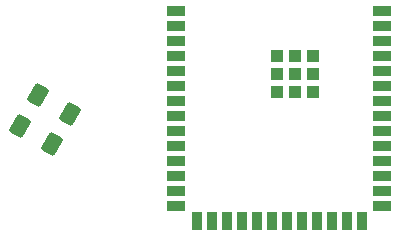
<source format=gbr>
%TF.GenerationSoftware,KiCad,Pcbnew,7.0.6*%
%TF.CreationDate,2024-05-15T12:06:43-04:00*%
%TF.ProjectId,remote_omnidirection_droid_v0.1,72656d6f-7465-45f6-9f6d-6e6964697265,rev?*%
%TF.SameCoordinates,Original*%
%TF.FileFunction,Paste,Bot*%
%TF.FilePolarity,Positive*%
%FSLAX46Y46*%
G04 Gerber Fmt 4.6, Leading zero omitted, Abs format (unit mm)*
G04 Created by KiCad (PCBNEW 7.0.6) date 2024-05-15 12:06:43*
%MOMM*%
%LPD*%
G01*
G04 APERTURE LIST*
G04 Aperture macros list*
%AMRoundRect*
0 Rectangle with rounded corners*
0 $1 Rounding radius*
0 $2 $3 $4 $5 $6 $7 $8 $9 X,Y pos of 4 corners*
0 Add a 4 corners polygon primitive as box body*
4,1,4,$2,$3,$4,$5,$6,$7,$8,$9,$2,$3,0*
0 Add four circle primitives for the rounded corners*
1,1,$1+$1,$2,$3*
1,1,$1+$1,$4,$5*
1,1,$1+$1,$6,$7*
1,1,$1+$1,$8,$9*
0 Add four rect primitives between the rounded corners*
20,1,$1+$1,$2,$3,$4,$5,0*
20,1,$1+$1,$4,$5,$6,$7,0*
20,1,$1+$1,$6,$7,$8,$9,0*
20,1,$1+$1,$8,$9,$2,$3,0*%
G04 Aperture macros list end*
%ADD10RoundRect,0.250000X0.658910X0.341266X-0.033910X0.741266X-0.658910X-0.341266X0.033910X-0.741266X0*%
%ADD11R,1.500000X0.900000*%
%ADD12R,0.900000X1.500000*%
%ADD13R,1.000000X1.000000*%
G04 APERTURE END LIST*
D10*
%TO.C,R1*%
X70032522Y-67820576D03*
X67347844Y-66270576D03*
%TD*%
%TO.C,R2*%
X68532522Y-70418652D03*
X65847844Y-68868652D03*
%TD*%
D11*
%TO.C,U4*%
X96512905Y-59118675D03*
X96512905Y-60388675D03*
X96512905Y-61658675D03*
X96512905Y-62928675D03*
X96512905Y-64198675D03*
X96512905Y-65468675D03*
X96512905Y-66738675D03*
X96512905Y-68008675D03*
X96512905Y-69278675D03*
X96512905Y-70548675D03*
X96512905Y-71818675D03*
X96512905Y-73088675D03*
X96512905Y-74358675D03*
X96512905Y-75628675D03*
D12*
X94747905Y-76878675D03*
X93477905Y-76878675D03*
X92207905Y-76878675D03*
X90937905Y-76878675D03*
X89667905Y-76878675D03*
X88397905Y-76878675D03*
X87127905Y-76878675D03*
X85857905Y-76878675D03*
X84587905Y-76878675D03*
X83317905Y-76878675D03*
X82047905Y-76878675D03*
X80777905Y-76878675D03*
D11*
X79012905Y-75628675D03*
X79012905Y-74358675D03*
X79012905Y-73088675D03*
X79012905Y-71818675D03*
X79012905Y-70548675D03*
X79012905Y-69278675D03*
X79012905Y-68008675D03*
X79012905Y-66738675D03*
X79012905Y-65468675D03*
X79012905Y-64198675D03*
X79012905Y-62928675D03*
X79012905Y-61658675D03*
X79012905Y-60388675D03*
X79012905Y-59118675D03*
D13*
X89122905Y-64468675D03*
X90622905Y-64468675D03*
X87622905Y-64468675D03*
X90622905Y-65968675D03*
X89122905Y-65968675D03*
X87622905Y-65968675D03*
X90622905Y-62968675D03*
X89122905Y-62968675D03*
X87622905Y-62968675D03*
%TD*%
M02*

</source>
